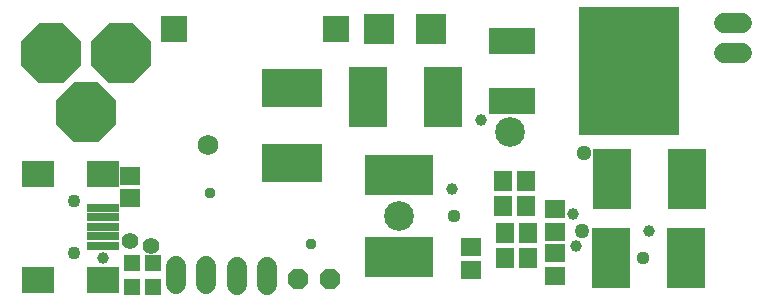
<source format=gts>
G75*
%MOIN*%
%OFA0B0*%
%FSLAX25Y25*%
%IPPOS*%
%LPD*%
%AMOC8*
5,1,8,0,0,1.08239X$1,22.5*
%
%ADD10R,0.22847X0.13398*%
%ADD11R,0.05918X0.06706*%
%ADD12R,0.06706X0.05918*%
%ADD13R,0.15800X0.08800*%
%ADD14R,0.33800X0.42800*%
%ADD15R,0.20485X0.12611*%
%ADD16R,0.12611X0.20485*%
%ADD17OC8,0.06800*%
%ADD18C,0.06800*%
%ADD19R,0.05524X0.05524*%
%ADD20R,0.10249X0.10249*%
%ADD21OC8,0.19800*%
%ADD22R,0.09068X0.09068*%
%ADD23R,0.10643X0.02769*%
%ADD24R,0.10643X0.08674*%
%ADD25C,0.04343*%
%ADD26C,0.03900*%
%ADD27C,0.03700*%
%ADD28C,0.04400*%
%ADD29C,0.05100*%
%ADD30C,0.04950*%
%ADD31C,0.09950*%
%ADD32C,0.06875*%
%ADD33C,0.05500*%
D10*
X0210624Y0093370D03*
X0210624Y0120929D03*
D11*
X0245358Y0118999D03*
X0252838Y0118999D03*
X0252838Y0110599D03*
X0245358Y0110599D03*
X0246058Y0101499D03*
X0253538Y0101499D03*
X0253538Y0093099D03*
X0246058Y0093099D03*
D12*
X0234398Y0089359D03*
X0234398Y0096839D03*
X0262398Y0094739D03*
X0262398Y0101959D03*
X0262398Y0109439D03*
X0262398Y0087259D03*
X0120998Y0113159D03*
X0120998Y0120639D03*
D13*
X0248250Y0145448D03*
X0248250Y0165448D03*
D14*
X0287250Y0155448D03*
D15*
X0174898Y0149710D03*
X0174898Y0124714D03*
D16*
X0200213Y0146999D03*
X0225209Y0146999D03*
X0281531Y0119390D03*
X0306527Y0119390D03*
X0306331Y0093284D03*
X0281335Y0093284D03*
D17*
X0187498Y0086099D03*
X0176998Y0086099D03*
D18*
X0166498Y0084299D02*
X0166498Y0090299D01*
X0156498Y0090299D02*
X0156498Y0084299D01*
X0146298Y0084499D02*
X0146298Y0090499D01*
X0136298Y0090499D02*
X0136298Y0084499D01*
X0318972Y0161688D02*
X0324972Y0161688D01*
X0324972Y0171688D02*
X0318972Y0171688D01*
D19*
X0121698Y0083365D03*
X0128698Y0083365D03*
X0128698Y0091633D03*
X0121698Y0091633D03*
D20*
X0204037Y0169399D03*
X0221360Y0169399D03*
D21*
X0117998Y0161399D03*
X0094398Y0161399D03*
X0106198Y0141699D03*
D22*
X0135461Y0169399D03*
X0189398Y0169399D03*
D23*
X0111941Y0109898D03*
X0111941Y0106749D03*
X0111941Y0103599D03*
X0111941Y0100450D03*
X0111941Y0097300D03*
D24*
X0111941Y0085883D03*
X0090287Y0085883D03*
X0090287Y0121316D03*
X0111941Y0121316D03*
D25*
X0102098Y0112261D03*
X0102098Y0094938D03*
D26*
X0111898Y0093099D03*
X0228098Y0116199D03*
X0268698Y0107799D03*
X0293898Y0102199D03*
X0269398Y0097299D03*
X0237898Y0139299D03*
D27*
X0147598Y0114799D03*
X0181198Y0097999D03*
D28*
X0228798Y0107099D03*
X0291798Y0093099D03*
D29*
X0272198Y0128099D03*
D30*
X0271498Y0102199D03*
D31*
X0210598Y0107099D03*
X0247698Y0135099D03*
D32*
X0146898Y0130899D03*
D33*
X0127998Y0097299D03*
X0120998Y0098699D03*
M02*

</source>
